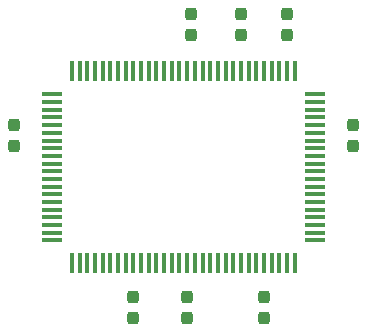
<source format=gbr>
G04 #@! TF.GenerationSoftware,KiCad,Pcbnew,7.0.9*
G04 #@! TF.CreationDate,2024-01-08T23:36:14-05:00*
G04 #@! TF.ProjectId,Compaq S3 Virge GX VRAM Addon Board,436f6d70-6171-4205-9333-205669726765,1*
G04 #@! TF.SameCoordinates,Original*
G04 #@! TF.FileFunction,Paste,Top*
G04 #@! TF.FilePolarity,Positive*
%FSLAX46Y46*%
G04 Gerber Fmt 4.6, Leading zero omitted, Abs format (unit mm)*
G04 Created by KiCad (PCBNEW 7.0.9) date 2024-01-08 23:36:14*
%MOMM*%
%LPD*%
G01*
G04 APERTURE LIST*
G04 Aperture macros list*
%AMRoundRect*
0 Rectangle with rounded corners*
0 $1 Rounding radius*
0 $2 $3 $4 $5 $6 $7 $8 $9 X,Y pos of 4 corners*
0 Add a 4 corners polygon primitive as box body*
4,1,4,$2,$3,$4,$5,$6,$7,$8,$9,$2,$3,0*
0 Add four circle primitives for the rounded corners*
1,1,$1+$1,$2,$3*
1,1,$1+$1,$4,$5*
1,1,$1+$1,$6,$7*
1,1,$1+$1,$8,$9*
0 Add four rect primitives between the rounded corners*
20,1,$1+$1,$2,$3,$4,$5,0*
20,1,$1+$1,$4,$5,$6,$7,0*
20,1,$1+$1,$6,$7,$8,$9,0*
20,1,$1+$1,$8,$9,$2,$3,0*%
G04 Aperture macros list end*
%ADD10RoundRect,0.100000X-0.100000X0.775000X-0.100000X-0.775000X0.100000X-0.775000X0.100000X0.775000X0*%
%ADD11RoundRect,0.100000X-0.775000X0.100000X-0.775000X-0.100000X0.775000X-0.100000X0.775000X0.100000X0*%
%ADD12RoundRect,0.237500X-0.237500X0.300000X-0.237500X-0.300000X0.237500X-0.300000X0.237500X0.300000X0*%
%ADD13RoundRect,0.237500X0.237500X-0.300000X0.237500X0.300000X-0.237500X0.300000X-0.237500X-0.300000X0*%
G04 APERTURE END LIST*
D10*
X168145000Y-101393712D03*
X167495000Y-101393712D03*
X166845000Y-101393712D03*
X166195000Y-101393712D03*
X165545000Y-101393712D03*
X164895000Y-101393712D03*
X164245000Y-101393712D03*
X163595000Y-101393712D03*
X162945000Y-101393712D03*
X162295000Y-101393712D03*
X161645000Y-101393712D03*
X160995000Y-101393712D03*
X160345000Y-101393712D03*
X159695000Y-101393712D03*
X159045000Y-101393712D03*
X158395000Y-101393712D03*
X157745000Y-101393712D03*
X157095000Y-101393712D03*
X156445000Y-101393712D03*
X155795000Y-101393712D03*
X155145000Y-101393712D03*
X154495000Y-101393712D03*
X153845000Y-101393712D03*
X153195000Y-101393712D03*
X152545000Y-101393712D03*
X151895000Y-101393712D03*
X151245000Y-101393712D03*
X150595000Y-101393712D03*
X149945000Y-101393712D03*
X149295000Y-101393712D03*
D11*
X147595000Y-103343712D03*
X147595000Y-103993712D03*
X147595000Y-104643712D03*
X147595000Y-105293712D03*
X147595000Y-105943712D03*
X147595000Y-106593712D03*
X147595000Y-107243712D03*
X147595000Y-107893712D03*
X147595000Y-108543712D03*
X147595000Y-109193712D03*
X147595000Y-109843712D03*
X147595000Y-110493712D03*
X147595000Y-111143712D03*
X147595000Y-111793712D03*
X147595000Y-112443712D03*
X147595000Y-113093712D03*
X147595000Y-113743712D03*
X147595000Y-114393712D03*
X147595000Y-115043712D03*
X147595000Y-115693712D03*
D10*
X149295000Y-117643712D03*
X149945000Y-117643712D03*
X150595000Y-117643712D03*
X151245000Y-117643712D03*
X151895000Y-117643712D03*
X152545000Y-117643712D03*
X153195000Y-117643712D03*
X153845000Y-117643712D03*
X154495000Y-117643712D03*
X155145000Y-117643712D03*
X155795000Y-117643712D03*
X156445000Y-117643712D03*
X157095000Y-117643712D03*
X157745000Y-117643712D03*
X158395000Y-117643712D03*
X159045000Y-117643712D03*
X159695000Y-117643712D03*
X160345000Y-117643712D03*
X160995000Y-117643712D03*
X161645000Y-117643712D03*
X162295000Y-117643712D03*
X162945000Y-117643712D03*
X163595000Y-117643712D03*
X164245000Y-117643712D03*
X164895000Y-117643712D03*
X165545000Y-117643712D03*
X166195000Y-117643712D03*
X166845000Y-117643712D03*
X167495000Y-117643712D03*
X168145000Y-117643712D03*
D11*
X169845000Y-115693712D03*
X169845000Y-115043712D03*
X169845000Y-114393712D03*
X169845000Y-113743712D03*
X169845000Y-113093712D03*
X169845000Y-112443712D03*
X169845000Y-111793712D03*
X169845000Y-111143712D03*
X169845000Y-110493712D03*
X169845000Y-109843712D03*
X169845000Y-109193712D03*
X169845000Y-108543712D03*
X169845000Y-107893712D03*
X169845000Y-107243712D03*
X169845000Y-106593712D03*
X169845000Y-105943712D03*
X169845000Y-105293712D03*
X169845000Y-104643712D03*
X169845000Y-103993712D03*
X169845000Y-103343712D03*
D12*
X165544999Y-120523710D03*
X165544999Y-122248710D03*
X154495000Y-120521210D03*
X154495000Y-122246210D03*
X173045000Y-105941212D03*
X173045000Y-107666212D03*
X144415000Y-105941211D03*
X144415000Y-107666211D03*
D13*
X163595001Y-98276211D03*
X163595001Y-96551211D03*
X167495001Y-98276210D03*
X167495001Y-96551210D03*
X159375000Y-98276209D03*
X159375000Y-96551209D03*
D12*
X159045000Y-120521211D03*
X159045000Y-122246211D03*
M02*

</source>
